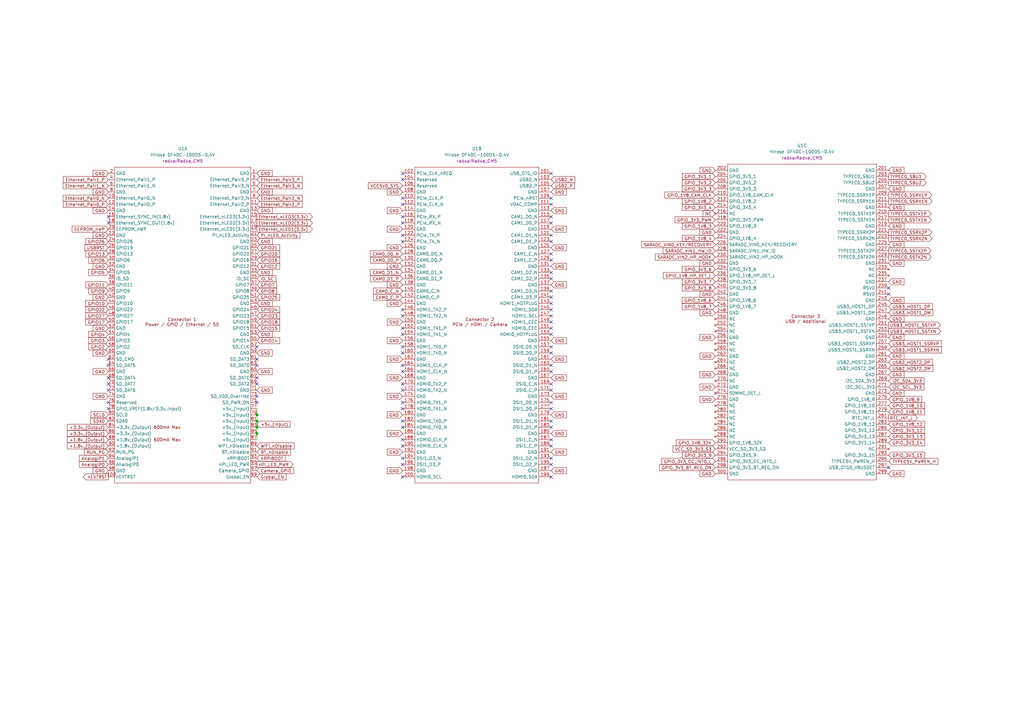
<source format=kicad_sch>
(kicad_sch (version 20250114) (generator "eeschema") (generator_version "9.0")
  (paper "A3")
  (lib_symbols
    (symbol "raxda:Radxa_CM5"
      (property "Reference" "U" (at 0 73.66 0))
      (property "Value" "Hirose DF40C-100DS-0.4V" (at 0.254 68.834 0))
      (property "Footprint" "Radax:Radxa_CM5" (at -0.762 78.994 0))
      (symbol "Radxa_CM5_1_0"
        (text "Connector 1\nPower / GPIO / Ethernet / SD" (at -0.254 0 0) (effects (font (size 1.27 1.27))))
      )
      (symbol "Radxa_CM5_1_1"
        (rectangle (start -27.94 -66.04) (end 27.94 63.5))
        (text "600mA Max" (at -6.35 -43.18 0) (effects (font (size 1.27 1.27))))
        (text "600mA Max" (at -6.35 -48.26 0) (effects (font (size 1.27 1.27))))
        (text private "Note: Pin labels used are the same as Raspberry Pi CM4 module" (at 0 -70.358 0) (effects (font (size 1.27 1.27))))
        (pin power_in line (at -30.48 60.96 0) (length 2.54) (name "GND") (number "2"))
        (pin passive line (at -30.48 58.42 0) (length 2.54) (name "Ethernet_Pair1_P") (number "4"))
        (pin passive line (at -30.48 55.88 0) (length 2.54) (name "Ethernet_Pair1_N") (number "6"))
        (pin power_in line (at -30.48 53.34 0) (length 2.54) (name "GND") (number "8"))
        (pin passive line (at -30.48 50.8 0) (length 2.54) (name "Ethernet_Pair0_N") (number "10"))
        (pin passive line (at -30.48 48.26 0) (length 2.54) (name "Ethernet_Pair0_P") (number "12"))
        (pin power_in line (at -30.48 45.72 0) (length 2.54) (name "GND") (number "14"))
        (pin input line (at -30.48 43.18 0) (length 2.54) (name "Ethernet_SYNC_IN(1.8v)") (number "16"))
        (pin input line (at -30.48 40.64 0) (length 2.54) (name "Ethernet_SYNC_OUT(1.8v)") (number "18"))
        (pin passive line (at -30.48 38.1 0) (length 2.54) (name "EEPROM_nWP") (number "20"))
        (pin power_in line (at -30.48 35.56 0) (length 2.54) (name "GND") (number "22"))
        (pin passive line (at -30.48 33.02 0) (length 2.54) (name "GPIO26") (number "24"))
        (pin passive line (at -30.48 30.48 0) (length 2.54) (name "GPIO19") (number "26"))
        (pin passive line (at -30.48 27.94 0) (length 2.54) (name "GPIO13") (number "28"))
        (pin passive line (at -30.48 25.4 0) (length 2.54) (name "GPIO6") (number "30"))
        (pin power_in line (at -30.48 22.86 0) (length 2.54) (name "GND") (number "32"))
        (pin passive line (at -30.48 20.32 0) (length 2.54) (name "GPIO5") (number "34"))
        (pin passive line (at -30.48 17.78 0) (length 2.54) (name "ID_SD") (number "36"))
        (pin passive line (at -30.48 15.24 0) (length 2.54) (name "GPIO11") (number "38"))
        (pin passive line (at -30.48 12.7 0) (length 2.54) (name "GPIO9") (number "40"))
        (pin power_in line (at -30.48 10.16 0) (length 2.54) (name "GND") (number "42"))
        (pin passive line (at -30.48 7.62 0) (length 2.54) (name "GPIO10") (number "44"))
        (pin passive line (at -30.48 5.08 0) (length 2.54) (name "GPIO22") (number "46"))
        (pin passive line (at -30.48 2.54 0) (length 2.54) (name "GPIO27") (number "48"))
        (pin passive line (at -30.48 0 0) (length 2.54) (name "GPIO17") (number "50"))
        (pin power_in line (at -30.48 -2.54 0) (length 2.54) (name "GND") (number "52"))
        (pin passive line (at -30.48 -5.08 0) (length 2.54) (name "GPIO4") (number "54"))
        (pin passive line (at -30.48 -7.62 0) (length 2.54) (name "GPIO3") (number "56"))
        (pin passive line (at -30.48 -10.16 0) (length 2.54) (name "GPIO2") (number "58"))
        (pin power_in line (at -30.48 -12.7 0) (length 2.54) (name "GND") (number "60"))
        (pin passive line (at -30.48 -15.24 0) (length 2.54) (name "SD_CMD") (number "62"))
        (pin passive line (at -30.48 -17.78 0) (length 2.54) (name "SD_DAT5") (number "64"))
        (pin power_in line (at -30.48 -20.32 0) (length 2.54) (name "GND") (number "66"))
        (pin passive line (at -30.48 -22.86 0) (length 2.54) (name "SD_DAT4") (number "68"))
        (pin passive line (at -30.48 -25.4 0) (length 2.54) (name "SD_DAT7") (number "70"))
        (pin passive line (at -30.48 -27.94 0) (length 2.54) (name "SD_DAT6") (number "72"))
        (pin power_in line (at -30.48 -30.48 0) (length 2.54) (name "GND") (number "74"))
        (pin passive line (at -30.48 -33.02 0) (length 2.54) (name "Reserved") (number "76"))
        (pin power_in line (at -30.48 -35.56 0) (length 2.54) (name "GPIO_VREF(1.8v/3.3v_Input)") (number "78"))
        (pin passive line (at -30.48 -38.1 0) (length 2.54) (name "SCL0") (number "80"))
        (pin passive line (at -30.48 -40.64 0) (length 2.54) (name "SDA0") (number "82"))
        (pin power_out line (at -30.48 -43.18 0) (length 2.54) (name "+3.3v_(Output)") (number "84"))
        (pin power_out line (at -30.48 -45.72 0) (length 2.54) (name "+3.3v_(Output)") (number "86"))
        (pin power_out line (at -30.48 -48.26 0) (length 2.54) (name "+1.8v_(Output)") (number "88"))
        (pin power_out line (at -30.48 -50.8 0) (length 2.54) (name "+1.8v_(Output)") (number "90"))
        (pin passive line (at -30.48 -53.34 0) (length 2.54) (name "RUN_PG") (number "92"))
        (pin passive line (at -30.48 -55.88 0) (length 2.54) (name "AnalogIP1") (number "94"))
        (pin passive line (at -30.48 -58.42 0) (length 2.54) (name "AnalogIP0") (number "96"))
        (pin power_in line (at -30.48 -60.96 0) (length 2.54) (name "GND") (number "98"))
        (pin output line (at -30.48 -63.5 0) (length 2.54) (name "nEXTRST") (number "100"))
        (pin power_in line (at 30.48 60.96 180) (length 2.54) (name "GND") (number "1"))
        (pin passive line (at 30.48 58.42 180) (length 2.54) (name "Ethernet_Pair3_P") (number "3"))
        (pin passive line (at 30.48 55.88 180) (length 2.54) (name "Ethernet_Pair3_N") (number "5"))
        (pin power_in line (at 30.48 53.34 180) (length 2.54) (name "GND") (number "7"))
        (pin passive line (at 30.48 50.8 180) (length 2.54) (name "Ethernet_Pair2_N") (number "9"))
        (pin passive line (at 30.48 48.26 180) (length 2.54) (name "Ethernet_Pair2_P") (number "11"))
        (pin power_in line (at 30.48 45.72 180) (length 2.54) (name "GND") (number "13"))
        (pin output line (at 30.48 43.18 180) (length 2.54) (name "Ethernet_nLED3(3.3v)") (number "15"))
        (pin output line (at 30.48 40.64 180) (length 2.54) (name "Ethernet_nLED2(3.3v)") (number "17"))
        (pin output line (at 30.48 38.1 180) (length 2.54) (name "Ethernet_nLED1(3.3v)") (number "19"))
        (pin open_collector line (at 30.48 35.56 180) (length 2.54) (name "PI_nLED_Activity") (number "21"))
        (pin power_in line (at 30.48 33.02 180) (length 2.54) (name "GND") (number "23"))
        (pin passive line (at 30.48 30.48 180) (length 2.54) (name "GPIO21") (number "25"))
        (pin passive line (at 30.48 27.94 180) (length 2.54) (name "GPIO20") (number "27"))
        (pin passive line (at 30.48 25.4 180) (length 2.54) (name "GPIO16") (number "29"))
        (pin passive line (at 30.48 22.86 180) (length 2.54) (name "GPIO12") (number "31"))
        (pin power_in line (at 30.48 20.32 180) (length 2.54) (name "GND") (number "33"))
        (pin passive line (at 30.48 17.78 180) (length 2.54) (name "ID_SC") (number "35"))
        (pin passive line (at 30.48 15.24 180) (length 2.54) (name "GPIO7") (number "37"))
        (pin passive line (at 30.48 12.7 180) (length 2.54) (name "GPIO8") (number "39"))
        (pin passive line (at 30.48 10.16 180) (length 2.54) (name "GPIO25") (number "41"))
        (pin power_in line (at 30.48 7.62 180) (length 2.54) (name "GND") (number "43"))
        (pin passive line (at 30.48 5.08 180) (length 2.54) (name "GPIO24") (number "45"))
        (pin passive line (at 30.48 2.54 180) (length 2.54) (name "GPIO23") (number "47"))
        (pin passive line (at 30.48 0 180) (length 2.54) (name "GPIO18") (number "49"))
        (pin passive line (at 30.48 -2.54 180) (length 2.54) (name "GPIO15") (number "51"))
        (pin power_in line (at 30.48 -5.08 180) (length 2.54) (name "GND") (number "53"))
        (pin passive line (at 30.48 -7.62 180) (length 2.54) (name "GPIO14") (number "55"))
        (pin passive line (at 30.48 -10.16 180) (length 2.54) (name "SD_CLK") (number "57"))
        (pin power_in line (at 30.48 -12.7 180) (length 2.54) (name "GND") (number "59"))
        (pin passive line (at 30.48 -15.24 180) (length 2.54) (name "SD_DAT3") (number "61"))
        (pin passive line (at 30.48 -17.78 180) (length 2.54) (name "SD_DAT0") (number "63"))
        (pin power_in line (at 30.48 -20.32 180) (length 2.54) (name "GND") (number "65"))
        (pin passive line (at 30.48 -22.86 180) (length 2.54) (name "SD_DAT1") (number "67"))
        (pin passive line (at 30.48 -25.4 180) (length 2.54) (name "SD_DAT2") (number "69"))
        (pin power_in line (at 30.48 -27.94 180) (length 2.54) (name "GND") (number "71"))
        (pin input line (at 30.48 -30.48 180) (length 2.54) (name "SD_VDD_Override") (number "73"))
        (pin output line (at 30.48 -33.02 180) (length 2.54) (name "SD_PWR_ON") (number "75"))
        (pin power_in line (at 30.48 -35.56 180) (length 2.54) (name "+5v_(Input)") (number "77"))
        (pin power_in line (at 30.48 -38.1 180) (length 2.54) (name "+5v_(Input)") (number "79"))
        (pin power_in line (at 30.48 -40.64 180) (length 2.54) (name "+5v_(Input)") (number "81"))
        (pin power_in line (at 30.48 -43.18 180) (length 2.54) (name "+5v_(Input)") (number "83"))
        (pin power_in line (at 30.48 -45.72 180) (length 2.54) (name "+5v_(Input)") (number "85"))
        (pin power_in line (at 30.48 -48.26 180) (length 2.54) (name "+5v_(Input)") (number "87"))
        (pin power_in line (at 30.48 -50.8 180) (length 2.54) (name "WiFi_nDisable") (number "89"))
        (pin power_in line (at 30.48 -53.34 180) (length 2.54) (name "BT_nDisable") (number "91"))
        (pin input line (at 30.48 -55.88 180) (length 2.54) (name "nRPIBOOT") (number "93"))
        (pin output line (at 30.48 -58.42 180) (length 2.54) (name "nPI_LED_PWR") (number "95"))
        (pin passive line (at 30.48 -60.96 180) (length 2.54) (name "Camera_GPIO") (number "97"))
        (pin input line (at 30.48 -63.5 180) (length 2.54) (name "Global_EN") (number "99"))
      )
      (symbol "Radxa_CM5_2_1"
        (rectangle (start -25.4 -66.04) (end 25.4 63.5))
        (text private "Note: Pin labels used are the same as Raspberry Pi CM4 module" (at 0 -70.104 0) (effects (font (size 1.27 1.27))))
        (text "Connector 2\nPCIe / HDMI / Camera" (at 1.27 0 0) (effects (font (size 1.27 1.27))))
        (pin input line (at -30.48 60.96 0) (length 5.08) (name "PCIe_CLK_nREQ") (number "102"))
        (pin passive line (at -30.48 58.42 0) (length 5.08) (name "Reserved") (number "104"))
        (pin passive line (at -30.48 55.88 0) (length 5.08) (name "Reserved") (number "106"))
        (pin power_in line (at -30.48 53.34 0) (length 5.08) (name "GND") (number "108"))
        (pin output line (at -30.48 50.8 0) (length 5.08) (name "PCIe_CLK_P") (number "110"))
        (pin output line (at -30.48 48.26 0) (length 5.08) (name "PCIe_CLK_N") (number "112"))
        (pin power_in line (at -30.48 45.72 0) (length 5.08) (name "GND") (number "114"))
        (pin input line (at -30.48 43.18 0) (length 5.08) (name "PCIe_RX_P") (number "116"))
        (pin input line (at -30.48 40.64 0) (length 5.08) (name "PCIe_RX_N") (number "118"))
        (pin power_in line (at -30.48 38.1 0) (length 5.08) (name "GND") (number "120"))
        (pin output line (at -30.48 35.56 0) (length 5.08) (name "PCIe_TX_P") (number "122"))
        (pin output line (at -30.48 33.02 0) (length 5.08) (name "PCIe_TX_N") (number "124"))
        (pin power_in line (at -30.48 30.48 0) (length 5.08) (name "GND") (number "126"))
        (pin input line (at -30.48 27.94 0) (length 5.08) (name "CAM0_D0_N") (number "128"))
        (pin input line (at -30.48 25.4 0) (length 5.08) (name "CAM0_D0_P") (number "130"))
        (pin power_in line (at -30.48 22.86 0) (length 5.08) (name "GND") (number "132"))
        (pin input line (at -30.48 20.32 0) (length 5.08) (name "CAM0_D1_N") (number "134"))
        (pin input line (at -30.48 17.78 0) (length 5.08) (name "CAM0_D1_P") (number "136"))
        (pin power_in line (at -30.48 15.24 0) (length 5.08) (name "GND") (number "138"))
        (pin input line (at -30.48 12.7 0) (length 5.08) (name "CAM0_C_N") (number "140"))
        (pin input line (at -30.48 10.16 0) (length 5.08) (name "CAM0_C_P") (number "142"))
        (pin power_in line (at -30.48 7.62 0) (length 5.08) (name "GND") (number "144"))
        (pin output line (at -30.48 5.08 0) (length 5.08) (name "HDMI1_TX2_P") (number "146"))
        (pin output line (at -30.48 2.54 0) (length 5.08) (name "HDMI1_TX2_N") (number "148"))
        (pin power_in line (at -30.48 0 0) (length 5.08) (name "GND") (number "150"))
        (pin output line (at -30.48 -2.54 0) (length 5.08) (name "HDMI1_TX1_P") (number "152"))
        (pin output line (at -30.48 -5.08 0) (length 5.08) (name "HDMI1_TX1_N") (number "154"))
        (pin power_in line (at -30.48 -7.62 0) (length 5.08) (name "GND") (number "156"))
        (pin output line (at -30.48 -10.16 0) (length 5.08) (name "HDMI1_TX0_P") (number "158"))
        (pin output line (at -30.48 -12.7 0) (length 5.08) (name "HDMI1_TX0_N") (number "160"))
        (pin power_in line (at -30.48 -15.24 0) (length 5.08) (name "GND") (number "162"))
        (pin output line (at -30.48 -17.78 0) (length 5.08) (name "HDMI1_CLK_P") (number "164"))
        (pin output line (at -30.48 -20.32 0) (length 5.08) (name "HDMI1_CLK_N") (number "166"))
        (pin power_in line (at -30.48 -22.86 0) (length 5.08) (name "GND") (number "168"))
        (pin output line (at -30.48 -25.4 0) (length 5.08) (name "HDMI0_TX2_P") (number "170"))
        (pin output line (at -30.48 -27.94 0) (length 5.08) (name "HDMI0_TX2_N") (number "172"))
        (pin power_in line (at -30.48 -30.48 0) (length 5.08) (name "GND") (number "174"))
        (pin output line (at -30.48 -33.02 0) (length 5.08) (name "HDMI0_TX1_P") (number "176"))
        (pin output line (at -30.48 -35.56 0) (length 5.08) (name "HDMI0_TX1_N") (number "178"))
        (pin power_in line (at -30.48 -38.1 0) (length 5.08) (name "GND") (number "180"))
        (pin output line (at -30.48 -40.64 0) (length 5.08) (name "HDMI0_TX0_P") (number "182"))
        (pin output line (at -30.48 -43.18 0) (length 5.08) (name "HDMI0_TX0_N") (number "184"))
        (pin power_in line (at -30.48 -45.72 0) (length 5.08) (name "GND") (number "186"))
        (pin output line (at -30.48 -48.26 0) (length 5.08) (name "HDMI0_CLK_P") (number "188"))
        (pin output line (at -30.48 -50.8 0) (length 5.08) (name "HDMI0_CLK_N") (number "190"))
        (pin power_in line (at -30.48 -53.34 0) (length 5.08) (name "GND") (number "192"))
        (pin output line (at -30.48 -55.88 0) (length 5.08) (name "DSI1_D3_N") (number "194"))
        (pin output line (at -30.48 -58.42 0) (length 5.08) (name "DSI1_D3_P") (number "196"))
        (pin power_in line (at -30.48 -60.96 0) (length 5.08) (name "GND") (number "198"))
        (pin open_collector line (at -30.48 -63.5 0) (length 5.08) (name "HDMI0_SCL") (number "200"))
        (pin input line (at 30.48 60.96 180) (length 5.08) (name "USB_OTG_ID") (number "101"))
        (pin passive line (at 30.48 58.42 180) (length 5.08) (name "USB2_N") (number "103"))
        (pin passive line (at 30.48 55.88 180) (length 5.08) (name "USB2_P") (number "105"))
        (pin power_in line (at 30.48 53.34 180) (length 5.08) (name "GND") (number "107"))
        (pin bidirectional line (at 30.48 50.8 180) (length 5.08) (name "PCIe_nRST") (number "109"))
        (pin passive line (at 30.48 48.26 180) (length 5.08) (name "VDAC_COMP") (number "111"))
        (pin power_in line (at 30.48 45.72 180) (length 5.08) (name "GND") (number "113"))
        (pin input line (at 30.48 43.18 180) (length 5.08) (name "CAM1_D0_N") (number "115"))
        (pin input line (at 30.48 40.64 180) (length 5.08) (name "CAM1_D0_P") (number "117"))
        (pin power_in line (at 30.48 38.1 180) (length 5.08) (name "GND") (number "119"))
        (pin input line (at 30.48 35.56 180) (length 5.08) (name "CAM1_D1_N") (number "121"))
        (pin input line (at 30.48 33.02 180) (length 5.08) (name "CAM1_D1_P") (number "123"))
        (pin power_in line (at 30.48 30.48 180) (length 5.08) (name "GND") (number "125"))
        (pin input line (at 30.48 27.94 180) (length 5.08) (name "CAM1_C_N") (number "127"))
        (pin input line (at 30.48 25.4 180) (length 5.08) (name "CAM1_C_P") (number "129"))
        (pin power_in line (at 30.48 22.86 180) (length 5.08) (name "GND") (number "131"))
        (pin input line (at 30.48 20.32 180) (length 5.08) (name "CAM1_D2_N") (number "133"))
        (pin input line (at 30.48 17.78 180) (length 5.08) (name "CAM1_D2_P") (number "135"))
        (pin power_in line (at 30.48 15.24 180) (length 5.08) (name "GND") (number "137"))
        (pin input line (at 30.48 12.7 180) (length 5.08) (name "CAM1_D3_N") (number "139"))
        (pin input line (at 30.48 10.16 180) (length 5.08) (name "CAM1_D3_P") (number "141"))
        (pin input line (at 30.48 7.62 180) (length 5.08) (name "HDMI1_HOTPLUG") (number "143"))
        (pin bidirectional line (at 30.48 5.08 180) (length 5.08) (name "HDMI1_SDA") (number "145"))
        (pin open_collector line (at 30.48 2.54 180) (length 5.08) (name "HDMI1_SCL") (number "147"))
        (pin open_collector line (at 30.48 0 180) (length 5.08) (name "HDMI1_CEC") (number "149"))
        (pin open_collector line (at 30.48 -2.54 180) (length 5.08) (name "HDMI0_CEC") (number "151"))
        (pin input line (at 30.48 -5.08 180) (length 5.08) (name "HDMI0_HOTPLUG") (number "153"))
        (pin power_in line (at 30.48 -7.62 180) (length 5.08) (name "GND") (number "155"))
        (pin output line (at 30.48 -10.16 180) (length 5.08) (name "DSI0_D0_N") (number "157"))
        (pin output line (at 30.48 -12.7 180) (length 5.08) (name "DSI0_D0_P") (number "159"))
        (pin power_in line (at 30.48 -15.24 180) (length 5.08) (name "GND") (number "161"))
        (pin output line (at 30.48 -17.78 180) (length 5.08) (name "DSI0_D1_N") (number "163"))
        (pin output line (at 30.48 -20.32 180) (length 5.08) (name "DSI0_D1_P") (number "165"))
        (pin power_in line (at 30.48 -22.86 180) (length 5.08) (name "GND") (number "167"))
        (pin output line (at 30.48 -25.4 180) (length 5.08) (name "DSI0_C_N") (number "169"))
        (pin output line (at 30.48 -27.94 180) (length 5.08) (name "DSI0_C_P") (number "171"))
        (pin power_in line (at 30.48 -30.48 180) (length 5.08) (name "GND") (number "173"))
        (pin output line (at 30.48 -33.02 180) (length 5.08) (name "DSI1_D0_N") (number "175"))
        (pin output line (at 30.48 -35.56 180) (length 5.08) (name "DSI1_D0_P") (number "177"))
        (pin power_in line (at 30.48 -38.1 180) (length 5.08) (name "GND") (number "179"))
        (pin output line (at 30.48 -40.64 180) (length 5.08) (name "DSI1_D1_N") (number "181"))
        (pin output line (at 30.48 -43.18 180) (length 5.08) (name "DSI1_D1_P") (number "183"))
        (pin power_in line (at 30.48 -45.72 180) (length 5.08) (name "GND") (number "185"))
        (pin output line (at 30.48 -48.26 180) (length 5.08) (name "DSI1_C_N") (number "187"))
        (pin output line (at 30.48 -50.8 180) (length 5.08) (name "DSI1_C_P") (number "189"))
        (pin power_in line (at 30.48 -53.34 180) (length 5.08) (name "GND") (number "191"))
        (pin output line (at 30.48 -55.88 180) (length 5.08) (name "DSI1_D2_N") (number "193"))
        (pin output line (at 30.48 -58.42 180) (length 5.08) (name "DSI1_D2_P") (number "195"))
        (pin power_in line (at 30.48 -60.96 180) (length 5.08) (name "GND") (number "197"))
        (pin bidirectional line (at 30.48 -63.5 180) (length 5.08) (name "HDMI0_SDA") (number "199"))
      )
      (symbol "Radxa_CM5_3_1"
        (rectangle (start -30.48 63.5) (end 30.48 -66.04))
        (text private "Note: Pin labels used are those of Radxa CM5 module. \n\nDue to KiCAD limitations, minus 200 from the Pin Number \nto get the same number mapping as in the Radxa Schematic.\n" (at 0.254 -73.406 0) (effects (font (size 1.27 1.27))))
        (text "Connector 3\nUSB / Additional" (at 1.524 0 0) (effects (font (size 1.27 1.27))))
        (pin power_in line (at -35.56 60.96 0) (length 5.08) (name "GND") (number "202"))
        (pin passive line (at -35.56 58.42 0) (length 5.08) (name "GPIO_3V3_1") (number "204"))
        (pin passive line (at -35.56 55.88 0) (length 5.08) (name "GPIO_3V3_2") (number "206"))
        (pin passive line (at -35.56 53.34 0) (length 5.08) (name "GPIO_3V3_3") (number "208"))
        (pin passive line (at -35.56 50.8 0) (length 5.08) (name "GPIO_1V8_CAM_CLK") (number "210"))
        (pin passive line (at -35.56 48.26 0) (length 5.08) (name "GPIO_1V8_2") (number "212"))
        (pin passive line (at -35.56 45.72 0) (length 5.08) (name "GPIO_3V3_4") (number "214"))
        (pin no_connect line (at -35.56 43.18 0) (length 5.08) (name "NC") (number "216"))
        (pin passive line (at -35.56 40.64 0) (length 5.08) (name "GPIO_3V3_PWM") (number "218"))
        (pin passive line (at -35.56 38.1 0) (length 5.08) (name "GPIO_1V8_3") (number "220"))
        (pin power_in line (at -35.56 35.56 0) (length 5.08) (name "GND") (number "222"))
        (pin passive line (at -35.56 33.02 0) (length 5.08) (name "GPIO_1V8_4") (number "224"))
        (pin passive line (at -35.56 30.48 0) (length 5.08) (name "SARADC_VIN0_KEY/RECOVERY") (number "226"))
        (pin passive line (at -35.56 27.94 0) (length 5.08) (name "SARADC_VIN1_HW_ID") (number "228"))
        (pin passive line (at -35.56 25.4 0) (length 5.08) (name "SARADC_VIN2_HP_HOOK") (number "230"))
        (pin power_in line (at -35.56 22.86 0) (length 5.08) (name "GND") (number "232"))
        (pin passive line (at -35.56 20.32 0) (length 5.08) (name "GPIO_3V3_6") (number "234"))
        (pin passive line (at -35.56 17.78 0) (length 5.08) (name "GPIO_1V8_HP_DET_L") (number "236"))
        (pin passive line (at -35.56 15.24 0) (length 5.08) (name "GPIO_3V3_7") (number "238"))
        (pin passive line (at -35.56 12.7 0) (length 5.08) (name "GPIO_3V3_8") (number "240"))
        (pin power_in line (at -35.56 10.16 0) (length 5.08) (name "GND") (number "242"))
        (pin passive line (at -35.56 7.62 0) (length 5.08) (name "GPIO_1V8_6") (number "244"))
        (pin passive line (at -35.56 5.08 0) (length 5.08) (name "GPIO_1V8_7") (number "246"))
        (pin power_in line (at -35.56 2.54 0) (length 5.08) (name "GND") (number "248"))
        (pin no_connect line (at -35.56 0 0) (length 5.08) (name "NC") (number "250"))
        (pin no_connect line (at -35.56 -2.54 0) (length 5.08) (name "NC") (number "252"))
        (pin no_connect line (at -35.56 -5.08 0) (length 5.08) (name "NC") (number "254"))
        (pin power_in line (at -35.56 -7.62 0) (length 5.08) (name "GND") (number "256"))
        (pin no_connect line (at -35.56 -10.16 0) (length 5.08) (name "NC") (number "258"))
        (pin no_connect line (at -35.56 -12.7 0) (length 5.08) (name "NC") (number "260"))
        (pin power_in line (at -35.56 -15.24 0) (length 5.08) (name "GND") (number "262"))
        (pin no_connect line (at -35.56 -17.78 0) (length 5.08) (name "NC") (number "264"))
        (pin no_connect line (at -35.56 -20.32 0) (length 5.08) (name "NC") (number "266"))
        (pin power_in line (at -35.56 -22.86 0) (length 5.08) (name "GND") (number "268"))
        (pin no_connect line (at -35.56 -25.4 0) (length 5.08) (name "NC") (number "270"))
        (pin power_in line (at -35.56 -27.94 0) (length 5.08) (name "GND") (number "272"))
        (pin passive line (at -35.56 -30.48 0) (length 5.08) (name "SDMMC_DET_L") (number "274"))
        (pin power_in line (at -35.56 -33.02 0) (length 5.08) (name "GND") (number "276"))
        (pin no_connect line (at -35.56 -35.56 0) (length 5.08) (name "NC") (number "278"))
        (pin no_connect line (at -35.56 -38.1 0) (length 5.08) (name "NC") (number "280"))
        (pin no_connect line (at -35.56 -40.64 0) (length 5.08) (name "NC") (number "282"))
        (pin no_connect line (at -35.56 -43.18 0) (length 5.08) (name "NC") (number "284"))
        (pin no_connect line (at -35.56 -45.72 0) (length 5.08) (name "NC") (number "286"))
        (pin no_connect line (at -35.56 -48.26 0) (length 5.08) (name "NC") (number "288"))
        (pin passive line (at -35.56 -50.8 0) (length 5.08) (name "GPIO_1V8_32K") (number "290"))
        (pin passive line (at -35.56 -53.34 0) (length 5.08) (name "VCC_SD_3V3_S3") (number "292"))
        (pin passive line (at -35.56 -55.88 0) (length 5.08) (name "GPIO_3V3_9") (number "294"))
        (pin passive line (at -35.56 -58.42 0) (length 5.08) (name "GPIO_3V3_CC_INT0_L") (number "296"))
        (pin passive line (at -35.56 -60.96 0) (length 5.08) (name "GPIO_3V3_BT_REG_ON") (number "298"))
        (pin power_in line (at -35.56 -63.5 0) (length 5.08) (name "GND") (number "300"))
        (pin power_in line (at 35.56 60.96 180) (length 5.08) (name "GND") (number "201"))
        (pin output line (at 35.56 58.42 180) (length 5.08) (name "TYPEC0_SBU1") (number "203"))
        (pin output line (at 35.56 55.88 180) (length 5.08) (name "TYPEC0_SBU2") (number "205"))
        (pin power_in line (at 35.56 53.34 180) (length 5.08) (name "GND") (number "207"))
        (pin output line (at 35.56 50.8 180) (length 5.08) (name "TYPEC0_SSRX1P") (number "209"))
        (pin output line (at 35.56 48.26 180) (length 5.08) (name "TYPEC0_SSRX1N") (number "211"))
        (pin power_in line (at 35.56 45.72 180) (length 5.08) (name "GND") (number "213"))
        (pin output line (at 35.56 43.18 180) (length 5.08) (name "TYPEC0_SSTX1P") (number "215"))
        (pin output line (at 35.56 40.64 180) (length 5.08) (name "TYPEC0_SSTX1N") (number "217"))
        (pin power_in line (at 35.56 38.1 180) (length 5.08) (name "GND") (number "219"))
        (pin output line (at 35.56 35.56 180) (length 5.08) (name "TYPEC0_SSRX2P") (number "221"))
        (pin output line (at 35.56 33.02 180) (length 5.08) (name "TYPEC0_SSRX2N") (number "223"))
        (pin power_in line (at 35.56 30.48 180) (length 5.08) (name "GND") (number "225"))
        (pin output line (at 35.56 27.94 180) (length 5.08) (name "TYPEC0_SSTX2P") (number "227"))
        (pin output line (at 35.56 25.4 180) (length 5.08) (name "TYPEC0_SSTX2N") (number "229"))
        (pin power_in line (at 35.56 22.86 180) (length 5.08) (name "GND") (number "231"))
        (pin no_connect line (at 35.56 20.32 180) (length 5.08) (name "NC") (number "233"))
        (pin no_connect line (at 35.56 17.78 180) (length 5.08) (name "NC") (number "235"))
        (pin power_in line (at 35.56 15.24 180) (length 5.08) (name "GND") (number "237"))
        (pin passive line (at 35.56 12.7 180) (length 5.08) (name "RSVD") (number "239"))
        (pin passive line (at 35.56 10.16 180) (length 5.08) (name "RSVD") (number "241"))
        (pin power_in line (at 35.56 7.62 180) (length 5.08) (name "GND") (number "243"))
        (pin passive line (at 35.56 5.08 180) (length 5.08) (name "USB3_HOST1_DP") (number "245"))
        (pin passive line (at 35.56 2.54 180) (length 5.08) (name "USB3_HOST1_DM") (number "247"))
        (pin power_in line (at 35.56 0 180) (length 5.08) (name "GND") (number "249"))
        (pin output line (at 35.56 -2.54 180) (length 5.08) (name "USB3_HOST1_SSTXP") (number "251"))
        (pin output line (at 35.56 -5.08 180) (length 5.08) (name "USB3_HOST1_SSTXN") (number "253"))
        (pin power_in line (at 35.56 -7.62 180) (length 5.08) (name "GND") (number "255"))
        (pin input line (at 35.56 -10.16 180) (length 5.08) (name "USB3_HOST1_SSRXP") (number "257"))
        (pin input line (at 35.56 -12.7 180) (length 5.08) (name "USB3_HOST1_SSRXN") (number "259"))
        (pin power_in line (at 35.56 -15.24 180) (length 5.08) (name "GND") (number "261"))
        (pin passive line (at 35.56 -17.78 180) (length 5.08) (name "USB2_HOST2_DP") (number "263"))
        (pin passive line (at 35.56 -20.32 180) (length 5.08) (name "USB2_HOST2_DM") (number "265"))
        (pin power_in line (at 35.56 -22.86 180) (length 5.08) (name "GND") (number "267"))
        (pin passive line (at 35.56 -25.4 180) (length 5.08) (name "I2C_SDA_3V3") (number "269"))
        (pin passive line (at 35.56 -27.94 180) (length 5.08) (name "I2C_SCL_3V3") (number "271"))
        (pin power_in line (at 35.56 -30.48 180) (length 5.08) (name "GND") (number "273"))
        (pin passive line (at 35.56 -33.02 180) (length 5.08) (name "GPIO_1V8_9") (number "275"))
        (pin passive line (at 35.56 -35.56 180) (length 5.08) (name "GPIO_1V8_10") (number "277"))
        (pin passive line (at 35.56 -38.1 180) (length 5.08) (name "GPIO_1V8_11") (number "279"))
        (pin output line (at 35.56 -40.64 180) (length 5.08) (name "RTC_INT_L") (number "281"))
        (pin passive line (at 35.56 -43.18 180) (length 5.08) (name "GPIO_1V8_12") (number "283"))
        (pin passive line (at 35.56 -45.72 180) (length 5.08) (name "GPIO_3V3_12") (number "285"))
        (pin passive line (at 35.56 -48.26 180) (length 5.08) (name "GPIO_3V3_13") (number "287"))
        (pin passive line (at 35.56 -50.8 180) (length 5.08) (name "GPIO_3V3_14") (number "289"))
        (pin no_connect line (at 35.56 -53.34 180) (length 5.08) (name "NC") (number "291"))
        (pin passive line (at 35.56 -55.88 180) (length 5.08) (name "GPIO_3V3_15") (number "293"))
        (pin input line (at 35.56 -58.42 180) (length 5.08) (name "TYPEC5V_PWREN_H") (number "295"))
        (pin passive line (at 35.56 -60.96 180) (length 5.08) (name "USB_OTG0_VBUSDET") (number "297"))
        (pin power_in line (at 35.56 -63.5 180) (length 5.08) (name "GND") (number "299"))
      )
    )
  )
  (junction (at 105.41 177.8))
  (junction (at 105.41 172.72))
  (junction (at 105.41 175.26))
  (junction (at 105.41 170.18))
  (no_connect (at 226.06 121.92))
  (no_connect (at 165.1 160.02))
  (no_connect (at 226.06 81.28))
  (no_connect (at 364.49 191.77))
  (no_connect (at 165.1 180.34))
  (no_connect (at 165.1 144.78))
  (no_connect (at 165.1 129.54))
  (no_connect (at 226.06 190.5))
  (no_connect (at 165.1 88.9))
  (no_connect (at 165.1 73.66))
  (no_connect (at 226.06 119.38))
  (no_connect (at 226.06 175.26))
  (no_connect (at 226.06 88.9))
  (no_connect (at 226.06 160.02))
  (no_connect (at 165.1 96.52))
  (no_connect (at 226.06 134.62))
  (no_connect (at 226.06 137.16))
  (no_connect (at 165.1 182.88))
  (no_connect (at 226.06 111.76))
  (no_connect (at 226.06 127))
  (no_connect (at 44.45 160.02))
  (no_connect (at 44.45 91.44))
  (no_connect (at 226.06 106.68))
  (no_connect (at 226.06 83.82))
  (no_connect (at 293.37 161.29))
  (no_connect (at 105.41 142.24))
  (no_connect (at 165.1 187.96))
  (no_connect (at 165.1 134.62))
  (no_connect (at 226.06 104.14))
  (no_connect (at 44.45 157.48))
  (no_connect (at 226.06 167.64))
  (no_connect (at 226.06 187.96))
  (no_connect (at 44.45 88.9))
  (no_connect (at 165.1 190.5))
  (no_connect (at 105.41 157.48))
  (no_connect (at 226.06 165.1))
  (no_connect (at 226.06 96.52))
  (no_connect (at 226.06 152.4))
  (no_connect (at 105.41 154.94))
  (no_connect (at 226.06 172.72))
  (no_connect (at 226.06 144.78))
  (no_connect (at 165.1 175.26))
  (no_connect (at 165.1 152.4))
  (no_connect (at 44.45 154.94))
  (no_connect (at 165.1 99.06))
  (no_connect (at 105.41 165.1))
  (no_connect (at 226.06 157.48))
  (no_connect (at 105.41 162.56))
  (no_connect (at 165.1 195.58))
  (no_connect (at 226.06 91.44))
  (no_connect (at 165.1 172.72))
  (no_connect (at 105.41 147.32))
  (no_connect (at 226.06 114.3))
  (no_connect (at 44.45 149.86))
  (no_connect (at 226.06 182.88))
  (no_connect (at 165.1 149.86))
  (no_connect (at 226.06 149.86))
  (no_connect (at 226.06 71.12))
  (no_connect (at 364.49 120.65))
  (no_connect (at 165.1 91.44))
  (no_connect (at 226.06 99.06))
  (no_connect (at 226.06 180.34))
  (no_connect (at 44.45 165.1))
  (no_connect (at 44.45 167.64))
  (no_connect (at 165.1 142.24))
  (no_connect (at 226.06 142.24))
  (no_connect (at 165.1 81.28))
  (no_connect (at 165.1 83.82))
  (no_connect (at 364.49 118.11))
  (no_connect (at 226.06 129.54))
  (no_connect (at 165.1 165.1))
  (no_connect (at 226.06 132.08))
  (no_connect (at 105.41 149.86))
  (no_connect (at 44.45 147.32))
  (no_connect (at 226.06 195.58))
  (no_connect (at 165.1 127))
  (no_connect (at 165.1 137.16))
  (no_connect (at 165.1 157.48))
  (no_connect (at 165.1 71.12))
  (no_connect (at 165.1 167.64))
  (no_connect (at 226.06 124.46))
  (wire (pts (xy 105.41 172.72) (xy 105.41 175.26)))
  (wire (pts (xy 105.41 177.8) (xy 105.41 180.34)))
  (wire (pts (xy 105.41 175.26) (xy 105.41 177.8)))
  (wire (pts (xy 105.41 170.18) (xy 105.41 172.72)))
  (wire (pts (xy 105.41 170.18) (xy 105.41 167.64)))
  (global_label "GND" (shape input) (at 44.45 193.04 180) (property "Intersheetrefs" "${INTERSHEET_REFS}" (effects (hide yes))))
  (global_label "GND" (shape input) (at 364.49 130.81 0) (property "Intersheetrefs" "${INTERSHEET_REFS}" (effects (hide yes))))
  (global_label "GND" (shape input) (at 293.37 153.67 180) (property "Intersheetrefs" "${INTERSHEET_REFS}" (effects (hide yes))))
  (global_label "GPIO12" (shape input) (at 105.41 109.22 0) (property "Intersheetrefs" "${INTERSHEET_REFS}" (effects (hide yes))))
  (global_label "EEPROM_nWP" (shape input) (at 44.45 93.98 180) (property "Intersheetrefs" "${INTERSHEET_REFS}" (effects (hide yes))))
  (global_label "GND" (shape input) (at 165.1 193.04 180) (property "Intersheetrefs" "${INTERSHEET_REFS}" (effects (hide yes))))
  (global_label "I2C_SDA_3V3" (shape input) (at 364.49 156.21 0) (property "Intersheetrefs" "${INTERSHEET_REFS}" (effects (hide yes))))
  (global_label "GPIO9" (shape input) (at 44.45 119.38 180) (property "Intersheetrefs" "${INTERSHEET_REFS}" (effects (hide yes))))
  (global_label "I2C_SCL_3V3" (shape input) (at 364.49 158.75 0) (property "Intersheetrefs" "${INTERSHEET_REFS}" (effects (hide yes))))
  (global_label "USB2_HOST2_DP" (shape input) (at 364.49 148.59 0) (property "Intersheetrefs" "${INTERSHEET_REFS}" (effects (hide yes))))
  (global_label "GND" (shape input) (at 226.06 147.32 0) (property "Intersheetrefs" "${INTERSHEET_REFS}" (effects (hide yes))))
  (global_label "USB3_HOST1_SSRXN" (shape input) (at 364.49 143.51 0) (property "Intersheetrefs" "${INTERSHEET_REFS}" (effects (hide yes))))
  (global_label "GND" (shape input) (at 165.1 116.84 180) (property "Intersheetrefs" "${INTERSHEET_REFS}" (effects (hide yes))))
  (global_label "USB3_HOST1_DM" (shape input) (at 364.49 128.27 0) (property "Intersheetrefs" "${INTERSHEET_REFS}" (effects (hide yes))))
  (global_label "GND" (shape input) (at 226.06 170.18 0) (property "Intersheetrefs" "${INTERSHEET_REFS}" (effects (hide yes))))
  (global_label "GPIO16" (shape input) (at 105.41 106.68 0) (property "Intersheetrefs" "${INTERSHEET_REFS}" (effects (hide yes))))
  (global_label "GND" (shape input) (at 293.37 163.83 180) (property "Intersheetrefs" "${INTERSHEET_REFS}" (effects (hide yes))))
  (global_label "SDA0" (shape input) (at 44.45 172.72 180) (property "Intersheetrefs" "${INTERSHEET_REFS}" (effects (hide yes))))
  (global_label "CAM0_D0_P" (shape input) (at 165.1 106.68 180) (property "Intersheetrefs" "${INTERSHEET_REFS}" (effects (hide yes))))
  (global_label "AnalogIP0" (shape input) (at 44.45 190.5 180) (property "Intersheetrefs" "${INTERSHEET_REFS}" (effects (hide yes))))
  (global_label "GND" (shape input) (at 364.49 123.19 0) (property "Intersheetrefs" "${INTERSHEET_REFS}" (effects (hide yes))))
  (global_label "GND" (shape input) (at 165.1 109.22 180) (property "Intersheetrefs" "${INTERSHEET_REFS}" (effects (hide yes))))
  (global_label "GPIO5" (shape input) (at 44.45 111.76 180) (property "Intersheetrefs" "${INTERSHEET_REFS}" (effects (hide yes))))
  (global_label "GPIO_3V3_13" (shape input) (at 364.49 179.07 0) (property "Intersheetrefs" "${INTERSHEET_REFS}" (effects (hide yes))))
  (global_label "GPIO_3V3_9" (shape input) (at 293.37 186.69 180) (property "Intersheetrefs" "${INTERSHEET_REFS}" (effects (hide yes))))
  (global_label "Ethernet_Pair0_N" (shape input) (at 44.45 81.28 180) (property "Intersheetrefs" "${INTERSHEET_REFS}" (effects (hide yes))))
  (global_label "GPIO2" (shape input) (at 44.45 142.24 180) (property "Intersheetrefs" "${INTERSHEET_REFS}" (effects (hide yes))))
  (global_label "GND" (shape input) (at 105.41 160.02 0) (property "Intersheetrefs" "${INTERSHEET_REFS}" (effects (hide yes))))
  (global_label "GPIO10" (shape input) (at 44.45 124.46 180) (property "Intersheetrefs" "${INTERSHEET_REFS}" (effects (hide yes))))
  (global_label "GPIO_3V3_15" (shape input) (at 364.49 186.69 0) (property "Intersheetrefs" "${INTERSHEET_REFS}" (effects (hide yes))))
  (global_label "TYPEC0_SSTX2P" (shape output) (at 364.49 102.87 0) (property "Intersheetrefs" "${INTERSHEET_REFS}" (effects (hide yes))))
  (global_label "CAM0_D1_N" (shape input) (at 165.1 111.76 180) (property "Intersheetrefs" "${INTERSHEET_REFS}" (effects (hide yes))))
  (global_label "GND" (shape input) (at 105.41 124.46 0) (property "Intersheetrefs" "${INTERSHEET_REFS}" (effects (hide yes))))
  (global_label "USB3_HOST1_SSRXP" (shape input) (at 364.49 140.97 0) (property "Intersheetrefs" "${INTERSHEET_REFS}" (effects (hide yes))))
  (global_label "+1.8v_(Output)" (shape input) (at 44.45 182.88 180) (property "Intersheetrefs" "${INTERSHEET_REFS}" (effects (hide yes))))
  (global_label "USB3_HOST1_SSTXP" (shape output) (at 364.49 133.35 0) (property "Intersheetrefs" "${INTERSHEET_REFS}" (effects (hide yes))))
  (global_label "GPIO27" (shape input) (at 44.45 129.54 180) (property "Intersheetrefs" "${INTERSHEET_REFS}" (effects (hide yes))))
  (global_label "NC" (shape input) (at 293.37 87.63 180) (property "Intersheetrefs" "${INTERSHEET_REFS}" (effects (hide yes))))
  (global_label "GND" (shape input) (at 226.06 177.8 0) (property "Intersheetrefs" "${INTERSHEET_REFS}" (effects (hide yes))))
  (global_label "GPIO_3V3_14" (shape input) (at 364.49 181.61 0) (property "Intersheetrefs" "${INTERSHEET_REFS}" (effects (hide yes))))
  (global_label "GND" (shape input) (at 293.37 69.85 180) (property "Intersheetrefs" "${INTERSHEET_REFS}" (effects (hide yes))))
  (global_label "Global_EN" (shape input) (at 105.41 195.58 0) (property "Intersheetrefs" "${INTERSHEET_REFS}" (effects (hide yes))))
  (global_label "TYPEC5V_PWREN_H" (shape input) (at 364.49 189.23 0) (property "Intersheetrefs" "${INTERSHEET_REFS}" (effects (hide yes))))
  (global_label "GND" (shape input) (at 293.37 107.95 180) (property "Intersheetrefs" "${INTERSHEET_REFS}" (effects (hide yes))))
  (global_label "Ethernet_nLED3(3.3v)" (shape output) (at 105.41 88.9 0) (property "Intersheetrefs" "${INTERSHEET_REFS}" (effects (hide yes))))
  (global_label "PI_nLED_Activity" (shape input) (at 105.41 96.52 0) (property "Intersheetrefs" "${INTERSHEET_REFS}" (effects (hide yes))))
  (global_label "GPIO21" (shape input) (at 105.41 101.6 0) (property "Intersheetrefs" "${INTERSHEET_REFS}" (effects (hide yes))))
  (global_label "GND" (shape input) (at 226.06 185.42 0) (property "Intersheetrefs" "${INTERSHEET_REFS}" (effects (hide yes))))
  (global_label "GND" (shape input) (at 165.1 154.94 180) (property "Intersheetrefs" "${INTERSHEET_REFS}" (effects (hide yes))))
  (global_label "CAM0_D1_P" (shape input) (at 165.1 114.3 180) (property "Intersheetrefs" "${INTERSHEET_REFS}" (effects (hide yes))))
  (global_label "GPIO_1V8_6" (shape input) (at 293.37 123.19 180) (property "Intersheetrefs" "${INTERSHEET_REFS}" (effects (hide yes))))
  (global_label "GND" (shape input) (at 226.06 116.84 0) (property "Intersheetrefs" "${INTERSHEET_REFS}" (effects (hide yes))))
  (global_label "GPIO_1V8_7" (shape input) (at 293.37 125.73 180) (property "Intersheetrefs" "${INTERSHEET_REFS}" (effects (hide yes))))
  (global_label "Ethernet_Pair2_P" (shape input) (at 105.41 83.82 0) (property "Intersheetrefs" "${INTERSHEET_REFS}" (effects (hide yes))))
  (global_label "GND" (shape input) (at 165.1 162.56 180) (property "Intersheetrefs" "${INTERSHEET_REFS}" (effects (hide yes))))
  (global_label "GND" (shape input) (at 293.37 138.43 180) (property "Intersheetrefs" "${INTERSHEET_REFS}" (effects (hide yes))))
  (global_label "GPIO24" (shape input) (at 105.41 127 0) (property "Intersheetrefs" "${INTERSHEET_REFS}" (effects (hide yes))))
  (global_label "GND" (shape input) (at 44.45 144.78 180) (property "Intersheetrefs" "${INTERSHEET_REFS}" (effects (hide yes))))
  (global_label "Ethernet_Pair1_P" (shape input) (at 44.45 73.66 180) (property "Intersheetrefs" "${INTERSHEET_REFS}" (effects (hide yes))))
  (global_label "GPIO_1V8_9" (shape input) (at 364.49 163.83 0) (property "Intersheetrefs" "${INTERSHEET_REFS}" (effects (hide yes))))
  (global_label "nRPIBOOT" (shape input) (at 105.41 187.96 0) (property "Intersheetrefs" "${INTERSHEET_REFS}" (effects (hide yes))))
  (global_label "+3.3v_(Output)" (shape input) (at 44.45 175.26 180) (property "Intersheetrefs" "${INTERSHEET_REFS}" (effects (hide yes))))
  (global_label "GND" (shape input) (at 226.06 109.22 0) (property "Intersheetrefs" "${INTERSHEET_REFS}" (effects (hide yes))))
  (global_label "GND" (shape input) (at 293.37 120.65 180) (property "Intersheetrefs" "${INTERSHEET_REFS}" (effects (hide yes))))
  (global_label "GND" (shape input) (at 165.1 170.18 180) (property "Intersheetrefs" "${INTERSHEET_REFS}" (effects (hide yes))))
  (global_label "TYPEC0_SSRX1P" (shape output) (at 364.49 80.01 0) (property "Intersheetrefs" "${INTERSHEET_REFS}" (effects (hide yes))))
  (global_label "GND" (shape input) (at 226.06 154.94 0) (property "Intersheetrefs" "${INTERSHEET_REFS}" (effects (hide yes))))
  (global_label "GND" (shape input) (at 364.49 146.05 0) (property "Intersheetrefs" "${INTERSHEET_REFS}" (effects (hide yes))))
  (global_label "Ethernet_Pair2_N" (shape input) (at 105.41 81.28 0) (property "Intersheetrefs" "${INTERSHEET_REFS}" (effects (hide yes))))
  (global_label "GND" (shape input) (at 293.37 128.27 180) (property "Intersheetrefs" "${INTERSHEET_REFS}" (effects (hide yes))))
  (global_label "GND" (shape input) (at 226.06 86.36 0) (property "Intersheetrefs" "${INTERSHEET_REFS}" (effects (hide yes))))
  (global_label "Ethernet_Pair0_P" (shape input) (at 44.45 83.82 180) (property "Intersheetrefs" "${INTERSHEET_REFS}" (effects (hide yes))))
  (global_label "GND" (shape input) (at 364.49 194.31 0) (property "Intersheetrefs" "${INTERSHEET_REFS}" (effects (hide yes))))
  (global_label "GPIO_3V3_PWM" (shape input) (at 293.37 90.17 180) (property "Intersheetrefs" "${INTERSHEET_REFS}" (effects (hide yes))))
  (global_label "Ethernet_Pair1_N" (shape input) (at 44.45 76.2 180) (property "Intersheetrefs" "${INTERSHEET_REFS}" (effects (hide yes))))
  (global_label "SARADC_VIN1_HW_ID" (shape input) (at 293.37 102.87 180) (property "Intersheetrefs" "${INTERSHEET_REFS}" (effects (hide yes))))
  (global_label "GPIO_3V3_4" (shape input) (at 293.37 85.09 180) (property "Intersheetrefs" "${INTERSHEET_REFS}" (effects (hide yes))))
  (global_label "GPIO_3V3_2" (shape input) (at 293.37 74.93 180) (property "Intersheetrefs" "${INTERSHEET_REFS}" (effects (hide yes))))
  (global_label "GND" (shape input) (at 226.06 101.6 0) (property "Intersheetrefs" "${INTERSHEET_REFS}" (effects (hide yes))))
  (global_label "GPIO_1V8_HP_DET_L" (shape input) (at 293.37 113.03 180) (property "Intersheetrefs" "${INTERSHEET_REFS}" (effects (hide yes))))
  (global_label "nPI_LED_PWR" (shape output) (at 105.41 190.5 0) (property "Intersheetrefs" "${INTERSHEET_REFS}" (effects (hide yes))))
  (global_label "GPIO_1V8_3" (shape input) (at 293.37 92.71 180) (property "Intersheetrefs" "${INTERSHEET_REFS}" (effects (hide yes))))
  (global_label "TYPEC0_SSTX1P" (shape output) (at 364.49 87.63 0) (property "Intersheetrefs" "${INTERSHEET_REFS}" (effects (hide yes))))
  (global_label "GPIO_1V8_2" (shape input) (at 293.37 82.55 180) (property "Intersheetrefs" "${INTERSHEET_REFS}" (effects (hide yes))))
  (global_label "+3.3v_(Output)" (shape input) (at 44.45 177.8 180) (property "Intersheetrefs" "${INTERSHEET_REFS}" (effects (hide yes))))
  (global_label "GND" (shape input) (at 293.37 146.05 180) (property "Intersheetrefs" "${INTERSHEET_REFS}" (effects (hide yes))))
  (global_label "GND" (shape input) (at 44.45 109.22 180) (property "Intersheetrefs" "${INTERSHEET_REFS}" (effects (hide yes))))
  (global_label "GND" (shape input) (at 293.37 95.25 180) (property "Intersheetrefs" "${INTERSHEET_REFS}" (effects (hide yes))))
  (global_label "TYPEC0_SSRX2P" (shape output) (at 364.49 95.25 0) (property "Intersheetrefs" "${INTERSHEET_REFS}" (effects (hide yes))))
  (global_label "GPIO14" (shape input) (at 105.41 139.7 0) (property "Intersheetrefs" "${INTERSHEET_REFS}" (effects (hide yes))))
  (global_label "GND" (shape input) (at 165.1 78.74 180) (property "Intersheetrefs" "${INTERSHEET_REFS}" (effects (hide yes))))
  (global_label "GND" (shape input) (at 105.41 78.74 0) (property "Intersheetrefs" "${INTERSHEET_REFS}" (effects (hide yes))))
  (global_label "TYPEC0_SBU2" (shape output) (at 364.49 74.93 0) (property "Intersheetrefs" "${INTERSHEET_REFS}" (effects (hide yes))))
  (global_label "RUN_PG" (shape input) (at 44.45 185.42 180) (property "Intersheetrefs" "${INTERSHEET_REFS}" (effects (hide yes))))
  (global_label "WiFi_nDisable" (shape input) (at 105.41 182.88 0) (property "Intersheetrefs" "${INTERSHEET_REFS}" (effects (hide yes))))
  (global_label "TYPEC0_SSTX1N" (shape output) (at 364.49 90.17 0) (property "Intersheetrefs" "${INTERSHEET_REFS}" (effects (hide yes))))
  (global_label "GPIO6" (shape input) (at 44.45 106.68 180) (property "Intersheetrefs" "${INTERSHEET_REFS}" (effects (hide yes))))
  (global_label "Ethernet_nLED1(3.3v)" (shape output) (at 105.41 93.98 0) (property "Intersheetrefs" "${INTERSHEET_REFS}" (effects (hide yes))))
  (global_label "CAM0_D0_N" (shape input) (at 165.1 104.14 180) (property "Intersheetrefs" "${INTERSHEET_REFS}" (effects (hide yes))))
  (global_label "+1.8v_(Output)" (shape input) (at 44.45 180.34 180) (property "Intersheetrefs" "${INTERSHEET_REFS}" (effects (hide yes))))
  (global_label "GND" (shape input) (at 105.41 144.78 0) (property "Intersheetrefs" "${INTERSHEET_REFS}" (effects (hide yes))))
  (global_label "GPIO_1V8_CAM_CLK" (shape input) (at 293.37 80.01 180) (property "Intersheetrefs" "${INTERSHEET_REFS}" (effects (hide yes))))
  (global_label "GPIO26" (shape input) (at 44.45 99.06 180) (property "Intersheetrefs" "${INTERSHEET_REFS}" (effects (hide yes))))
  (global_label "GND" (shape input) (at 44.45 152.4 180) (property "Intersheetrefs" "${INTERSHEET_REFS}" (effects (hide yes))))
  (global_label "GND" (shape input) (at 293.37 194.31 180) (property "Intersheetrefs" "${INTERSHEET_REFS}" (effects (hide yes))))
  (global_label "GPIO25" (shape input) (at 105.41 121.92 0) (property "Intersheetrefs" "${INTERSHEET_REFS}" (effects (hide yes))))
  (global_label "USB2_N" (shape input) (at 226.06 73.66 0) (property "Intersheetrefs" "${INTERSHEET_REFS}" (effects (hide yes))))
  (global_label "GND" (shape input) (at 165.1 177.8 180) (property "Intersheetrefs" "${INTERSHEET_REFS}" (effects (hide yes))))
  (global_label "GND" (shape input) (at 364.49 85.09 0) (property "Intersheetrefs" "${INTERSHEET_REFS}" (effects (hide yes))))
  (global_label "Camera_GPIO" (shape input) (at 105.41 193.04 0) (property "Intersheetrefs" "${INTERSHEET_REFS}" (effects (hide yes))))
  (global_label "GND" (shape input) (at 226.06 78.74 0) (property "Intersheetrefs" "${INTERSHEET_REFS}" (effects (hide yes))))
  (global_label "GND" (shape input) (at 105.41 111.76 0) (property "Intersheetrefs" "${INTERSHEET_REFS}" (effects (hide yes))))
  (global_label "VCC5V0_SYS" (shape input) (at 165.1 76.2 180) (property "Intersheetrefs" "${INTERSHEET_REFS}" (effects (hide yes))))
  (global_label "SCL0" (shape input) (at 44.45 170.18 180) (property "Intersheetrefs" "${INTERSHEET_REFS}" (effects (hide yes))))
  (global_label "GPIO17" (shape input) (at 44.45 132.08 180) (property "Intersheetrefs" "${INTERSHEET_REFS}" (effects (hide yes))))
  (global_label "GPIO_1V8_4" (shape input) (at 293.37 97.79 180) (property "Intersheetrefs" "${INTERSHEET_REFS}" (effects (hide yes))))
  (global_label "GND" (shape input) (at 44.45 96.52 180) (property "Intersheetrefs" "${INTERSHEET_REFS}" (effects (hide yes))))
  (global_label "TYPEC0_SSRX2N" (shape output) (at 364.49 97.79 0) (property "Intersheetrefs" "${INTERSHEET_REFS}" (effects (hide yes))))
  (global_label "BT_nDisable" (shape input) (at 105.41 185.42 0) (property "Intersheetrefs" "${INTERSHEET_REFS}" (effects (hide yes))))
  (global_label "GPIO20" (shape input) (at 105.41 104.14 0) (property "Intersheetrefs" "${INTERSHEET_REFS}" (effects (hide yes))))
  (global_label "USB3_HOST1_SSTXN" (shape output) (at 364.49 135.89 0) (property "Intersheetrefs" "${INTERSHEET_REFS}" (effects (hide yes))))
  (global_label "GND" (shape input) (at 293.37 158.75 180) (property "Intersheetrefs" "${INTERSHEET_REFS}" (effects (hide yes))))
  (global_label "TYPEC0_SBU1" (shape output) (at 364.49 72.39 0) (property "Intersheetrefs" "${INTERSHEET_REFS}" (effects (hide yes))))
  (global_label "GPIO18" (shape input) (at 105.41 132.08 0) (property "Intersheetrefs" "${INTERSHEET_REFS}" (effects (hide yes))))
  (global_label "GPIO8" (shape input) (at 105.41 119.38 0) (property "Intersheetrefs" "${INTERSHEET_REFS}" (effects (hide yes))))
  (global_label "GPIO4" (shape input) (at 44.45 137.16 180) (property "Intersheetrefs" "${INTERSHEET_REFS}" (effects (hide yes))))
  (global_label "GND" (shape input) (at 165.1 147.32 180) (property "Intersheetrefs" "${INTERSHEET_REFS}" (effects (hide yes))))
  (global_label "GND" (shape input) (at 165.1 124.46 180) (property "Intersheetrefs" "${INTERSHEET_REFS}" (effects (hide yes))))
  (global_label "USB3_HOST1_DP" (shape input) (at 364.49 125.73 0) (property "Intersheetrefs" "${INTERSHEET_REFS}" (effects (hide yes))))
  (global_label "SARADC_VIN0_KEY/RECOVERY" (shape input) (at 293.37 100.33 180) (property "Intersheetrefs" "${INTERSHEET_REFS}" (effects (hide yes))))
  (global_label "GPIO23" (shape input) (at 105.41 129.54 0) (property "Intersheetrefs" "${INTERSHEET_REFS}" (effects (hide yes))))
  (global_label "GND" (shape input) (at 364.49 107.95 0) (property "Intersheetrefs" "${INTERSHEET_REFS}" (effects (hide yes))))
  (global_label "GND" (shape input) (at 165.1 139.7 180) (property "Intersheetrefs" "${INTERSHEET_REFS}" (effects (hide yes))))
  (global_label "GND" (shape input) (at 165.1 185.42 180) (property "Intersheetrefs" "${INTERSHEET_REFS}" (effects (hide yes))))
  (global_label "GND" (shape input) (at 364.49 92.71 0) (property "Intersheetrefs" "${INTERSHEET_REFS}" (effects (hide yes))))
  (global_label "GPIO_1V8_10" (shape input) (at 364.49 166.37 0) (property "Intersheetrefs" "${INTERSHEET_REFS}" (effects (hide yes))))
  (global_label "+5v_(Input)" (shape input) (at 105.41 173.99 0) (property "Intersheetrefs" "${INTERSHEET_REFS}" (effects (hide yes))))
  (global_label "GND" (shape input) (at 44.45 162.56 180) (property "Intersheetrefs" "${INTERSHEET_REFS}" (effects (hide yes))))
  (global_label "GPIO_3V3_7" (shape input) (at 293.37 115.57 180) (property "Intersheetrefs" "${INTERSHEET_REFS}" (effects (hide yes))))
  (global_label "GND" (shape input) (at 364.49 100.33 0) (property "Intersheetrefs" "${INTERSHEET_REFS}" (effects (hide yes))))
  (global_label "CAM0_C_P" (shape input) (at 165.1 121.92 180) (property "Intersheetrefs" "${INTERSHEET_REFS}" (effects (hide yes))))
  (global_label "GND" (shape input) (at 44.45 134.62 180) (property "Intersheetrefs" "${INTERSHEET_REFS}" (effects (hide yes))))
  (global_label "GND" (shape input) (at 364.49 161.29 0) (property "Intersheetrefs" "${INTERSHEET_REFS}" (effects (hide yes))))
  (global_label "GPIO_3V3_3" (shape input) (at 293.37 77.47 180) (property "Intersheetrefs" "${INTERSHEET_REFS}" (effects (hide yes))))
  (global_label "GND" (shape input) (at 226.06 162.56 0) (property "Intersheetrefs" "${INTERSHEET_REFS}" (effects (hide yes))))
  (global_label "Ethernet_Pair3_N" (shape input) (at 105.41 76.2 0) (property "Intersheetrefs" "${INTERSHEET_REFS}" (effects (hide yes))))
  (global_label "GND" (shape input) (at 44.45 78.74 180) (property "Intersheetrefs" "${INTERSHEET_REFS}" (effects (hide yes))))
  (global_label "ID_SC" (shape input) (at 105.41 114.3 0) (property "Intersheetrefs" "${INTERSHEET_REFS}" (effects (hide yes))))
  (global_label "SARADC_VIN2_HP_HOOK" (shape input) (at 293.37 105.41 180) (property "Intersheetrefs" "${INTERSHEET_REFS}" (effects (hide yes))))
  (global_label "GND" (shape input) (at 364.49 153.67 0) (property "Intersheetrefs" "${INTERSHEET_REFS}" (effects (hide yes))))
  (global_label "USB2_HOST2_DM" (shape input) (at 364.49 151.13 0) (property "Intersheetrefs" "${INTERSHEET_REFS}" (effects (hide yes))))
  (global_label "TYPEC0_SSTX2N" (shape output) (at 364.49 105.41 0) (property "Intersheetrefs" "${INTERSHEET_REFS}" (effects (hide yes))))
  (global_label "GND" (shape input) (at 226.06 193.04 0) (property "Intersheetrefs" "${INTERSHEET_REFS}" (effects (hide yes))))
  (global_label "GND" (shape input) (at 364.49 138.43 0) (property "Intersheetrefs" "${INTERSHEET_REFS}" (effects (hide yes))))
  (global_label "GND" (shape input) (at 44.45 71.12 180) (property "Intersheetrefs" "${INTERSHEET_REFS}" (effects (hide yes))))
  (global_label "GPIO_1V8_32K" (shape input) (at 293.37 181.61 180) (property "Intersheetrefs" "${INTERSHEET_REFS}" (effects (hide yes))))
  (global_label "GPIO_1V8_11" (shape input) (at 364.49 168.91 0) (property "Intersheetrefs" "${INTERSHEET_REFS}" (effects (hide yes))))
  (global_label "GND" (shape input) (at 165.1 86.36 180) (property "Intersheetrefs" "${INTERSHEET_REFS}" (effects (hide yes))))
  (global_label "GPIO_3V3_8" (shape input) (at 293.37 118.11 180) (property "Intersheetrefs" "${INTERSHEET_REFS}" (effects (hide yes))))
  (global_label "GND" (shape input) (at 44.45 121.92 180) (property "Intersheetrefs" "${INTERSHEET_REFS}" (effects (hide yes))))
  (global_label "GND" (shape input) (at 105.41 152.4 0) (property "Intersheetrefs" "${INTERSHEET_REFS}" (effects (hide yes))))
  (global_label "AnalogIP1" (shape input) (at 44.45 187.96 180) (property "Intersheetrefs" "${INTERSHEET_REFS}" (effects (hide yes))))
  (global_label "GPIO_3V3_6" (shape input) (at 293.37 110.49 180) (property "Intersheetrefs" "${INTERSHEET_REFS}" (effects (hide yes))))
  (global_label "GND" (shape input) (at 105.41 99.06 0) (property "Intersheetrefs" "${INTERSHEET_REFS}" (effects (hide yes))))
  (global_label "Ethernet_nLED2(3.3v)" (shape output) (at 105.41 91.44 0) (property "Intersheetrefs" "${INTERSHEET_REFS}" (effects (hide yes))))
  (global_label "GPIO_3V3_12" (shape input) (at 364.49 176.53 0) (property "Intersheetrefs" "${INTERSHEET_REFS}" (effects (hide yes))))
  (global_label "GPIO_3V3_BT_REG_ON" (shape input) (at 293.37 191.77 180) (property "Intersheetrefs" "${INTERSHEET_REFS}" (effects (hide yes))))
  (global_label "GND" (shape input) (at 165.1 101.6 180) (property "Intersheetrefs" "${INTERSHEET_REFS}" (effects (hide yes))))
  (global_label "nEXTRST" (shape output) (at 44.45 195.58 180) (property "Intersheetrefs" "${INTERSHEET_REFS}" (effects (hide yes))))
  (global_label "GND" (shape input) (at 364.49 77.47 0) (property "Intersheetrefs" "${INTERSHEET_REFS}" (effects (hide yes))))
  (global_label "GND" (shape input) (at 364.49 69.85 0) (property "Intersheetrefs" "${INTERSHEET_REFS}" (effects (hide yes))))
  (global_label "GND" (shape input) (at 364.49 115.57 0) (property "Intersheetrefs" "${INTERSHEET_REFS}" (effects (hide yes))))
  (global_label "GPIO_3V3_CC_INT0_L" (shape input) (at 293.37 189.23 180) (property "Intersheetrefs" "${INTERSHEET_REFS}" (effects (hide yes))))
  (global_label "GND" (shape input) (at 105.41 137.16 0) (property "Intersheetrefs" "${INTERSHEET_REFS}" (effects (hide yes))))
  (global_label "GND" (shape input) (at 165.1 132.08 180) (property "Intersheetrefs" "${INTERSHEET_REFS}" (effects (hide yes))))
  (global_label "GND" (shape input) (at 165.1 93.98 180) (property "Intersheetrefs" "${INTERSHEET_REFS}" (effects (hide yes))))
  (global_label "GPIO_3V3_1" (shape input) (at 293.37 72.39 180) (property "Intersheetrefs" "${INTERSHEET_REFS}" (effects (hide yes))))
  (global_label "GPIO15" (shape input) (at 105.41 134.62 0) (property "Intersheetrefs" "${INTERSHEET_REFS}" (effects (hide yes))))
  (global_label "GPIO13" (shape input) (at 44.45 104.14 180) (property "Intersheetrefs" "${INTERSHEET_REFS}" (effects (hide yes))))
  (global_label "GND" (shape input) (at 226.06 93.98 0) (property "Intersheetrefs" "${INTERSHEET_REFS}" (effects (hide yes))))
  (global_label "GPIO11" (shape input) (at 44.45 116.84 180) (property "Intersheetrefs" "${INTERSHEET_REFS}" (effects (hide yes))))
  (global_label "TYPEC0_SSRX1N" (shape output) (at 364.49 82.55 0) (property "Intersheetrefs" "${INTERSHEET_REFS}" (effects (hide yes))))
  (global_label "RTC_INT_L" (shape output) (at 364.49 171.45 0) (property "Intersheetrefs" "${INTERSHEET_REFS}" (effects (hide yes))))
  (global_label "GND" (shape input) (at 105.41 86.36 0) (property "Intersheetrefs" "${INTERSHEET_REFS}" (effects (hide yes))))
  (global_label "GPIO7" (shape input) (at 105.41 116.84 0) (property "Intersheetrefs" "${INTERSHEET_REFS}" (effects (hide yes))))
  (global_label "GND" (shape input) (at 44.45 86.36 180) (property "Intersheetrefs" "${INTERSHEET_REFS}" (effects (hide yes))))
  (global_label "VCC_SD_3V3_S3" (shape input) (at 293.37 184.15 180) (property "Intersheetrefs" "${INTERSHEET_REFS}" (effects (hide yes))))
  (global_label "CAM0_C_N" (shape input) (at 165.1 119.38 180) (property "Intersheetrefs" "${INTERSHEET_REFS}" (effects (hide yes))))
  (global_label "USB2_P" (shape input) (at 226.06 76.2 0) (property "Intersheetrefs" "${INTERSHEET_REFS}" (effects (hide yes))))
  (global_label "GPIO22" (shape input) (at 44.45 127 180) (property "Intersheetrefs" "${INTERSHEET_REFS}" (effects (hide yes))))
  (global_label "USBRST" (shape input) (at 44.45 101.6 180) (property "Intersheetrefs" "${INTERSHEET_REFS}" (effects (hide yes))))
  (global_label "GPIO3" (shape input) (at 44.45 139.7 180) (property "Intersheetrefs" "${INTERSHEET_REFS}" (effects (hide yes))))
  (global_label "Ethernet_Pair3_P" (shape input) (at 105.41 73.66 0) (property "Intersheetrefs" "${INTERSHEET_REFS}" (effects (hide yes))))
  (global_label "GND" (shape input) (at 226.06 139.7 0) (property "Intersheetrefs" "${INTERSHEET_REFS}" (effects (hide yes))))
  (global_label "GPIO_1V8_12" (shape input) (at 364.49 173.99 0) (property "Intersheetrefs" "${INTERSHEET_REFS}" (effects (hide yes))))
  (global_label "GND" (shape input) (at 105.41 71.12 0) (property "Intersheetrefs" "${INTERSHEET_REFS}" (effects (hide yes))))
  (symbol (lib_id "raxda:Radxa_CM5") (at 74.93 132.08 0) (unit 1)
    (property "Reference" "U1" (at 74.93 60.96 0))
    (property "Value" "Hirose DF40C-100DS-0.4V" (at 74.93 63.5 0))
    (property "Footprint" "radxa:Radxa_CM5" (at 74.93 66.04 0))
    (property "Datasheet" "https://radxa.com/products/cm/cm5/#documentations" (effects (hide yes)))
    (property "Description" "Radxa CM5" (effects (hide yes)))
    (property "Version" "1.0" (effects (hide yes)))
  )
  (symbol (lib_id "raxda:Radxa_CM5") (at 195.58 132.08 0) (unit 2)
    (property "Reference" "U1" (at 195.58 60.96 0))
    (property "Value" "Hirose DF40C-100DS-0.4V" (at 195.58 63.5 0))
    (property "Footprint" "radxa:Radxa_CM5" (at 195.58 66.04 0))
    (property "Datasheet" "https://radxa.com/products/cm/cm5/#documentations" (effects (hide yes)))
    (property "Description" "Radxa CM5" (effects (hide yes)))
    (property "Version" "1.0" (effects (hide yes)))
  )
  (symbol (lib_id "raxda:Radxa_CM5") (at 328.93 130.81 0) (unit 3)
    (property "Reference" "U1" (at 328.93 59.69 0))
    (property "Value" "Hirose DF40C-100DS-0.4V" (at 328.93 62.23 0))
    (property "Footprint" "radxa:Radxa_CM5" (at 328.93 64.77 0))
    (property "Datasheet" "https://radxa.com/products/cm/cm5/#documentations" (effects (hide yes)))
    (property "Description" "Radxa CM5" (effects (hide yes)))
    (property "Version" "1.0" (effects (hide yes)))
  )
  (sheet (at 0 304.8) (size 64.77 31.75) (stroke (width 0.1524))
    (property "Sheetname" "USB2" (at 0 304.0884 0) (effects (justify left bottom)))
    (property "Sheetfile" "USB2.kicad_sch" (at 0 337.1346 0) (effects (justify left top)))
  )
  (sheet (at 252.73 304.8) (size 50.8 31.75) (stroke (width 0.1524))
    (property "Sheetname" "MIPICAM" (at 252.73 304.0884 0) (effects (justify left bottom)))
    (property "Sheetfile" "MIPICAM.kicad_sch" (at 252.73 337.1346 0) (effects (justify left top)))
  )
  (sheet (at 134.62 304.8) (size 58.42 31.75) (stroke (width 0.1524))
    (property "Sheetname" "RJ45" (at 134.62 304.0884 0) (effects (justify left bottom)))
    (property "Sheetfile" "RJ45.kicad_sch" (at 134.62 337.1346 0) (effects (justify left top)))
  )
  (sheet (at 195.58 304.8) (size 54.61 31.75) (stroke (width 0.1524))
    (property "Sheetname" "DCPOWER" (at 195.58 304.0884 0) (effects (justify left bottom)))
    (property "Sheetfile" "DCPOWER.kicad_sch" (at 195.58 337.1346 0) (effects (justify left top)))
  )
  (sheet (at 359.41 304.8) (size 49.53 31.75) (stroke (width 0.1524))
    (property "Sheetname" "sysinfo" (at 359.41 304.0884 0) (effects (justify left bottom)))
    (property "Sheetfile" "sysinfo.kicad_sch" (at 359.41 337.1346 0) (effects (justify left top)))
  )
  (sheet (at 67.31 304.8) (size 64.77 31.75) (stroke (width 0.1524))
    (property "Sheetname" "USB3" (at 67.31 304.0884 0) (effects (justify left bottom)))
    (property "Sheetfile" "USB3/USB3.kicad_sch" (at 67.31 337.1346 0) (effects (justify left top)))
  )
  (sheet (at 306.07 304.8) (size 50.8 31.75) (stroke (width 0.1524))
    (property "Sheetname" "USBC" (at 306.07 304.0884 0) (effects (justify left bottom)))
    (property "Sheetfile" "USBC.kicad_sch" (at 306.07 337.1346 0) (effects (justify left top)))
  )
)
</source>
